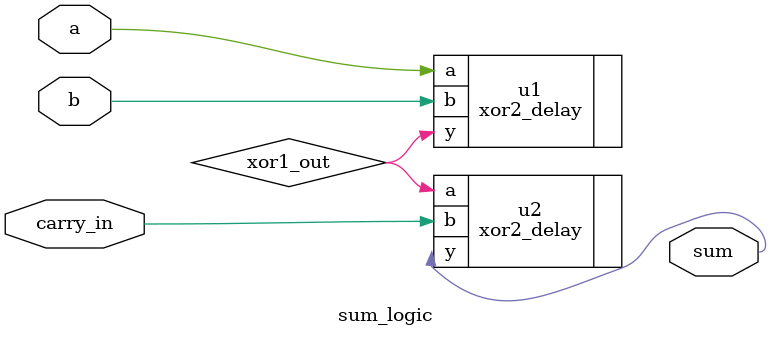
<source format=sv>
module sum_logic (
    input  logic a,
    input  logic b,
    input logic carry_in,
    output logic sum
);
  //TODO: Complete the code

	logic xor1_out; 

xor2_delay u1 (
	.a(a), 
	.b(b), 
	.y(xor1_out)
	);
 
xor2_delay u2 (
	.a(xor1_out), 
	.b(carry_in), 
	.y(sum)
	); 

endmodule

</source>
